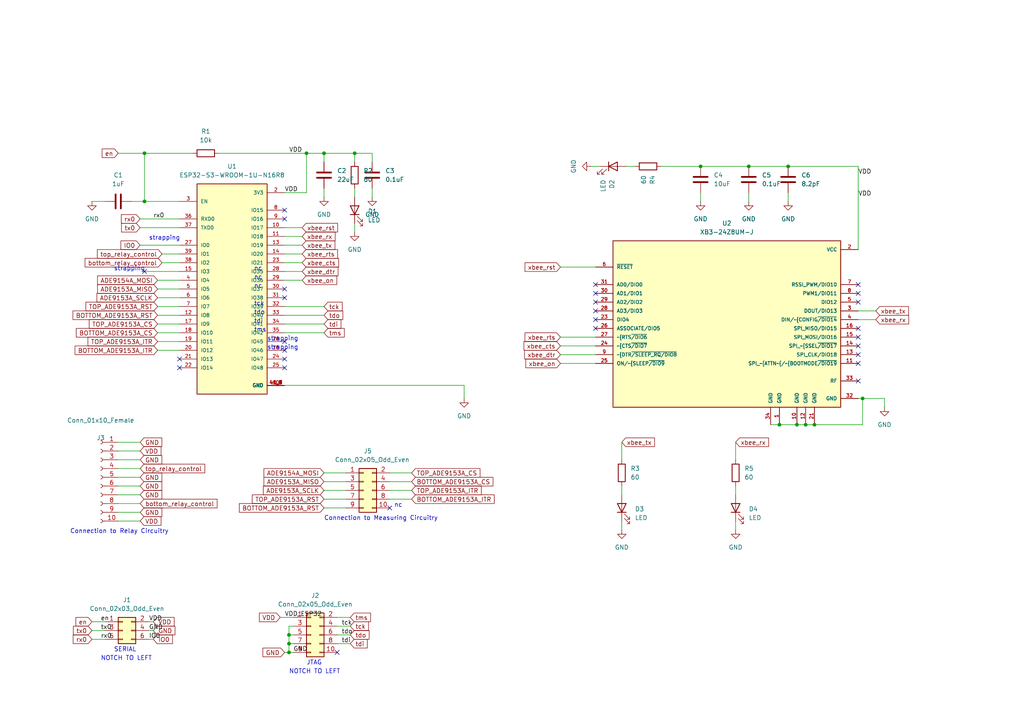
<source format=kicad_sch>
(kicad_sch (version 20230121) (generator eeschema)
  (paper "A4")
  (lib_symbols
    (symbol "Connector:Conn_01x10_Female" (pin_names (offset 1.016) hide)
      (property "Reference" "J" (at 0 12.7 0))
      (property "Value" "Conn_01x10_Female" (at 0 -15.24 0))
      (symbol "Conn_01x10_Female_1_1"
        (arc (start 0 -12.192) (mid -0.5058 -12.7) (end 0 -13.208) (stroke (width 0.1524)))
        (arc (start 0 -9.652) (mid -0.5058 -10.16) (end 0 -10.668) (stroke (width 0.1524)))
        (arc (start 0 -7.112) (mid -0.5058 -7.62) (end 0 -8.128) (stroke (width 0.1524)))
        (arc (start 0 -4.572) (mid -0.5058 -5.08) (end 0 -5.588) (stroke (width 0.1524)))
        (arc (start 0 -2.032) (mid -0.5058 -2.54) (end 0 -3.048) (stroke (width 0.1524)))
        (polyline (pts (xy -1.27 -12.7) (xy -0.508 -12.7)) (stroke (width 0.1524)))
        (polyline (pts (xy -1.27 -10.16) (xy -0.508 -10.16)) (stroke (width 0.1524)))
        (polyline (pts (xy -1.27 -7.62) (xy -0.508 -7.62)) (stroke (width 0.1524)))
        (polyline (pts (xy -1.27 -5.08) (xy -0.508 -5.08)) (stroke (width 0.1524)))
        (polyline (pts (xy -1.27 -2.54) (xy -0.508 -2.54)) (stroke (width 0.1524)))
        (polyline (pts (xy -1.27 0) (xy -0.508 0)) (stroke (width 0.1524)))
        (polyline (pts (xy -1.27 2.54) (xy -0.508 2.54)) (stroke (width 0.1524)))
        (polyline (pts (xy -1.27 5.08) (xy -0.508 5.08)) (stroke (width 0.1524)))
        (polyline (pts (xy -1.27 7.62) (xy -0.508 7.62)) (stroke (width 0.1524)))
        (polyline (pts (xy -1.27 10.16) (xy -0.508 10.16)) (stroke (width 0.1524)))
        (arc (start 0 0.508) (mid -0.5058 0) (end 0 -0.508) (stroke (width 0.1524)))
        (arc (start 0 3.048) (mid -0.5058 2.54) (end 0 2.032) (stroke (width 0.1524)))
        (arc (start 0 5.588) (mid -0.5058 5.08) (end 0 4.572) (stroke (width 0.1524)))
        (arc (start 0 8.128) (mid -0.5058 7.62) (end 0 7.112) (stroke (width 0.1524)))
        (arc (start 0 10.668) (mid -0.5058 10.16) (end 0 9.652) (stroke (width 0.1524)))
        (pin passive line (at -5.08 10.16 0) (length 3.81) (name "Pin_1") (number "1"))
        (pin passive line (at -5.08 -12.7 0) (length 3.81) (name "Pin_10") (number "10"))
        (pin passive line (at -5.08 7.62 0) (length 3.81) (name "Pin_2") (number "2"))
        (pin passive line (at -5.08 5.08 0) (length 3.81) (name "Pin_3") (number "3"))
        (pin passive line (at -5.08 2.54 0) (length 3.81) (name "Pin_4") (number "4"))
        (pin passive line (at -5.08 0 0) (length 3.81) (name "Pin_5") (number "5"))
        (pin passive line (at -5.08 -2.54 0) (length 3.81) (name "Pin_6") (number "6"))
        (pin passive line (at -5.08 -5.08 0) (length 3.81) (name "Pin_7") (number "7"))
        (pin passive line (at -5.08 -7.62 0) (length 3.81) (name "Pin_8") (number "8"))
        (pin passive line (at -5.08 -10.16 0) (length 3.81) (name "Pin_9") (number "9"))
      )
    )
    (symbol "Connector_Generic:Conn_02x03_Odd_Even" (pin_names (offset 1.016) hide)
      (property "Reference" "J" (at 1.27 5.08 0))
      (property "Value" "Conn_02x03_Odd_Even" (at 1.27 -5.08 0))
      (symbol "Conn_02x03_Odd_Even_1_1"
        (rectangle (start -1.27 -2.413) (end 0 -2.667) (stroke (width 0.1524)))
        (rectangle (start -1.27 0.127) (end 0 -0.127) (stroke (width 0.1524)))
        (rectangle (start -1.27 2.667) (end 0 2.413) (stroke (width 0.1524)))
        (rectangle (start -1.27 3.81) (end 3.81 -3.81) (stroke (width 0.254)) (fill (type background)))
        (rectangle (start 3.81 -2.413) (end 2.54 -2.667) (stroke (width 0.1524)))
        (rectangle (start 3.81 0.127) (end 2.54 -0.127) (stroke (width 0.1524)))
        (rectangle (start 3.81 2.667) (end 2.54 2.413) (stroke (width 0.1524)))
        (pin passive line (at -5.08 2.54 0) (length 3.81) (name "Pin_1") (number "1"))
        (pin passive line (at 7.62 2.54 180) (length 3.81) (name "Pin_2") (number "2"))
        (pin passive line (at -5.08 0 0) (length 3.81) (name "Pin_3") (number "3"))
        (pin passive line (at 7.62 0 180) (length 3.81) (name "Pin_4") (number "4"))
        (pin passive line (at -5.08 -2.54 0) (length 3.81) (name "Pin_5") (number "5"))
        (pin passive line (at 7.62 -2.54 180) (length 3.81) (name "Pin_6") (number "6"))
      )
    )
    (symbol "Connector_Generic:Conn_02x05_Odd_Even" (pin_names (offset 1.016) hide)
      (property "Reference" "J" (at 1.27 7.62 0))
      (property "Value" "Conn_02x05_Odd_Even" (at 1.27 -7.62 0))
      (symbol "Conn_02x05_Odd_Even_1_1"
        (rectangle (start -1.27 -4.953) (end 0 -5.207) (stroke (width 0.1524)))
        (rectangle (start -1.27 -2.413) (end 0 -2.667) (stroke (width 0.1524)))
        (rectangle (start -1.27 0.127) (end 0 -0.127) (stroke (width 0.1524)))
        (rectangle (start -1.27 2.667) (end 0 2.413) (stroke (width 0.1524)))
        (rectangle (start -1.27 5.207) (end 0 4.953) (stroke (width 0.1524)))
        (rectangle (start -1.27 6.35) (end 3.81 -6.35) (stroke (width 0.254)) (fill (type background)))
        (rectangle (start 3.81 -4.953) (end 2.54 -5.207) (stroke (width 0.1524)))
        (rectangle (start 3.81 -2.413) (end 2.54 -2.667) (stroke (width 0.1524)))
        (rectangle (start 3.81 0.127) (end 2.54 -0.127) (stroke (width 0.1524)))
        (rectangle (start 3.81 2.667) (end 2.54 2.413) (stroke (width 0.1524)))
        (rectangle (start 3.81 5.207) (end 2.54 4.953) (stroke (width 0.1524)))
        (pin passive line (at -5.08 5.08 0) (length 3.81) (name "Pin_1") (number "1"))
        (pin passive line (at 7.62 -5.08 180) (length 3.81) (name "Pin_10") (number "10"))
        (pin passive line (at 7.62 5.08 180) (length 3.81) (name "Pin_2") (number "2"))
        (pin passive line (at -5.08 2.54 0) (length 3.81) (name "Pin_3") (number "3"))
        (pin passive line (at 7.62 2.54 180) (length 3.81) (name "Pin_4") (number "4"))
        (pin passive line (at -5.08 0 0) (length 3.81) (name "Pin_5") (number "5"))
        (pin passive line (at 7.62 0 180) (length 3.81) (name "Pin_6") (number "6"))
        (pin passive line (at -5.08 -2.54 0) (length 3.81) (name "Pin_7") (number "7"))
        (pin passive line (at 7.62 -2.54 180) (length 3.81) (name "Pin_8") (number "8"))
        (pin passive line (at -5.08 -5.08 0) (length 3.81) (name "Pin_9") (number "9"))
      )
    )
    (symbol "Device:C" (pin_numbers hide) (pin_names (offset 0.254))
      (property "Reference" "C" (at 0.635 2.54 0))
      (property "Value" "C" (at 0.635 -2.54 0))
      (symbol "C_0_1"
        (polyline (pts (xy -2.032 -0.762) (xy 2.032 -0.762)) (stroke (width 0.508)))
        (polyline (pts (xy -2.032 0.762) (xy 2.032 0.762)) (stroke (width 0.508)))
      )
      (symbol "C_1_1"
        (pin passive line (at 0 3.81 270) (length 2.794) (name "~") (number "1"))
        (pin passive line (at 0 -3.81 90) (length 2.794) (name "~") (number "2"))
      )
    )
    (symbol "Device:LED" (pin_numbers hide) (pin_names (offset 1.016) hide)
      (property "Reference" "D" (at 0 2.54 0))
      (property "Value" "LED" (at 0 -2.54 0))
      (symbol "LED_0_1"
        (polyline (pts (xy -1.27 -1.27) (xy -1.27 1.27)) (stroke (width 0.254)))
        (polyline (pts (xy -1.27 0) (xy 1.27 0)))
        (polyline (pts (xy 1.27 -1.27) (xy 1.27 1.27) (xy -1.27 0) (xy 1.27 -1.27)) (stroke (width 0.254)))
        (polyline (pts (xy -3.048 -0.762) (xy -4.572 -2.286) (xy -3.81 -2.286) (xy -4.572 -2.286) (xy -4.572 -1.524)))
        (polyline (pts (xy -1.778 -0.762) (xy -3.302 -2.286) (xy -2.54 -2.286) (xy -3.302 -2.286) (xy -3.302 -1.524)))
      )
      (symbol "LED_1_1"
        (pin passive line (at -3.81 0 0) (length 2.54) (name "K") (number "1"))
        (pin passive line (at 3.81 0 180) (length 2.54) (name "A") (number "2"))
      )
    )
    (symbol "Device:R" (pin_numbers hide) (pin_names (offset 0))
      (property "Reference" "R" (at 2.032 0 90))
      (property "Value" "R" (at 0 0 90))
      (symbol "R_0_1"
        (rectangle (start -1.016 -2.54) (end 1.016 2.54) (stroke (width 0.254)))
      )
      (symbol "R_1_1"
        (pin passive line (at 0 3.81 270) (length 1.27) (name "~") (number "1"))
        (pin passive line (at 0 -3.81 90) (length 1.27) (name "~") (number "2"))
      )
    )
    (symbol "ESP32-S3-WROOM-1U-N16R8:ESP32-S3-WROOM-1U-N16R8" (pin_names (offset 1.016))
      (property "Reference" "U" (at -10.16 31.242 0))
      (property "Value" "ESP32-S3-WROOM-1U-N16R8" (at -10.16 -33.02 0))
      (symbol "ESP32-S3-WROOM-1U-N16R8_0_0"
        (rectangle (start -10.16 -30.48) (end 10.16 30.48) (stroke (width 0.254)) (fill (type background)))
        (pin power_in line (at 15.24 -27.94 180) (length 5.08) (name "GND") (number "1"))
        (pin bidirectional line (at 15.24 17.78 180) (length 5.08) (name "IO17") (number "10"))
        (pin bidirectional line (at 15.24 15.24 180) (length 5.08) (name "IO18") (number "11"))
        (pin bidirectional line (at -15.24 -7.62 0) (length 5.08) (name "IO8") (number "12"))
        (pin bidirectional line (at 15.24 12.7 180) (length 5.08) (name "IO19") (number "13"))
        (pin bidirectional line (at 15.24 10.16 180) (length 5.08) (name "IO20") (number "14"))
        (pin bidirectional line (at -15.24 5.08 0) (length 5.08) (name "IO3") (number "15"))
        (pin bidirectional line (at 15.24 -17.78 180) (length 5.08) (name "IO46") (number "16"))
        (pin bidirectional line (at -15.24 -10.16 0) (length 5.08) (name "IO9") (number "17"))
        (pin bidirectional line (at -15.24 -12.7 0) (length 5.08) (name "IO10") (number "18"))
        (pin bidirectional line (at -15.24 -15.24 0) (length 5.08) (name "IO11") (number "19"))
        (pin power_in line (at 15.24 27.94 180) (length 5.08) (name "3V3") (number "2"))
        (pin bidirectional line (at -15.24 -17.78 0) (length 5.08) (name "IO12") (number "20"))
        (pin bidirectional line (at -15.24 -20.32 0) (length 5.08) (name "IO13") (number "21"))
        (pin bidirectional line (at -15.24 -22.86 0) (length 5.08) (name "IO14") (number "22"))
        (pin bidirectional line (at 15.24 7.62 180) (length 5.08) (name "IO21") (number "23"))
        (pin bidirectional line (at 15.24 -20.32 180) (length 5.08) (name "IO47") (number "24"))
        (pin bidirectional line (at 15.24 -22.86 180) (length 5.08) (name "IO48") (number "25"))
        (pin bidirectional line (at 15.24 -15.24 180) (length 5.08) (name "IO45") (number "26"))
        (pin bidirectional line (at -15.24 12.7 0) (length 5.08) (name "IO0") (number "27"))
        (pin bidirectional line (at 15.24 5.08 180) (length 5.08) (name "IO35") (number "28"))
        (pin bidirectional line (at 15.24 2.54 180) (length 5.08) (name "IO36") (number "29"))
        (pin input line (at -15.24 25.4 0) (length 5.08) (name "EN") (number "3"))
        (pin bidirectional line (at 15.24 0 180) (length 5.08) (name "IO37") (number "30"))
        (pin bidirectional line (at 15.24 -2.54 180) (length 5.08) (name "IO38") (number "31"))
        (pin bidirectional line (at 15.24 -5.08 180) (length 5.08) (name "IO39") (number "32"))
        (pin bidirectional line (at 15.24 -7.62 180) (length 5.08) (name "IO40") (number "33"))
        (pin bidirectional line (at 15.24 -10.16 180) (length 5.08) (name "IO41") (number "34"))
        (pin bidirectional line (at 15.24 -12.7 180) (length 5.08) (name "IO42") (number "35"))
        (pin bidirectional line (at -15.24 20.32 0) (length 5.08) (name "RXD0") (number "36"))
        (pin bidirectional line (at -15.24 17.78 0) (length 5.08) (name "TXD0") (number "37"))
        (pin bidirectional line (at -15.24 7.62 0) (length 5.08) (name "IO2") (number "38"))
        (pin bidirectional line (at -15.24 10.16 0) (length 5.08) (name "IO1") (number "39"))
        (pin bidirectional line (at -15.24 2.54 0) (length 5.08) (name "IO4") (number "4"))
        (pin power_in line (at 15.24 -27.94 180) (length 5.08) (name "GND") (number "40"))
        (pin power_in line (at 15.24 -27.94 180) (length 5.08) (name "GND") (number "41_1"))
        (pin power_in line (at 15.24 -27.94 180) (length 5.08) (name "GND") (number "41_2"))
        (pin power_in line (at 15.24 -27.94 180) (length 5.08) (name "GND") (number "41_3"))
        (pin power_in line (at 15.24 -27.94 180) (length 5.08) (name "GND") (number "41_4"))
        (pin power_in line (at 15.24 -27.94 180) (length 5.08) (name "GND") (number "41_5"))
        (pin power_in line (at 15.24 -27.94 180) (length 5.08) (name "GND") (number "41_6"))
        (pin power_in line (at 15.24 -27.94 180) (length 5.08) (name "GND") (number "41_7"))
        (pin power_in line (at 15.24 -27.94 180) (length 5.08) (name "GND") (number "41_8"))
        (pin power_in line (at 15.24 -27.94 180) (length 5.08) (name "GND") (number "41_9"))
        (pin bidirectional line (at -15.24 0 0) (length 5.08) (name "IO5") (number "5"))
        (pin bidirectional line (at -15.24 -2.54 0) (length 5.08) (name "IO6") (number "6"))
        (pin bidirectional line (at -15.24 -5.08 0) (length 5.08) (name "IO7") (number "7"))
        (pin bidirectional line (at 15.24 22.86 180) (length 5.08) (name "IO15") (number "8"))
        (pin bidirectional line (at 15.24 20.32 180) (length 5.08) (name "IO16") (number "9"))
      )
    )
    (symbol "XB3-24Z8UM-J:XB3-24Z8UM-J" (pin_names (offset 1.016))
      (property "Reference" "U2" (at 0 30.48 0))
      (property "Value" "XB3-24Z8UM-J" (at 0 27.94 0))
      (symbol "XB3-24Z8UM-J_0_0"
        (rectangle (start -33.02 -22.86) (end 33.02 25.4) (stroke (width 0.254)) (fill (type background)))
        (pin power_in line (at 15.24 -27.94 90) (length 5.08) (name "GND") (number "1"))
        (pin power_in line (at 20.32 -27.94 90) (length 5.08) (name "GND") (number "10"))
        (pin bidirectional line (at 38.1 -10.16 180) (length 5.08) (name "SPI_~{ATTN~{/~{BOOTMODE~{/DIO19}") (number "11"))
        (pin power_in line (at 22.86 -27.94 90) (length 5.08) (name "GND") (number "12"))
        (pin bidirectional line (at 38.1 -7.62 180) (length 5.08) (name "SPI_CLK/DIO18") (number "13"))
        (pin bidirectional line (at 38.1 -5.08 180) (length 5.08) (name "SPI_~{SSEL~{/DIO17}") (number "14"))
        (pin bidirectional line (at 38.1 -2.54 180) (length 5.08) (name "SPI_MOSI/DIO16") (number "15"))
        (pin bidirectional line (at 38.1 0 180) (length 5.08) (name "SPI_MISO/DIO15") (number "16"))
        (pin power_in line (at 38.1 22.86 180) (length 5.08) (name "VCC") (number "2"))
        (pin power_in line (at 25.4 -27.94 90) (length 5.08) (name "GND") (number "21"))
        (pin bidirectional line (at -38.1 2.54 0) (length 5.08) (name "DIO4") (number "23"))
        (pin bidirectional line (at -38.1 -5.08 0) (length 5.08) (name "~{CTS~{/DIO7}") (number "24"))
        (pin bidirectional line (at -38.1 -10.16 0) (length 5.08) (name "ON/~{SLEEP~{/DIO9}") (number "25"))
        (pin bidirectional line (at -38.1 0 0) (length 5.08) (name "ASSOCIATE/DIO5") (number "26"))
        (pin bidirectional line (at -38.1 -2.54 0) (length 5.08) (name "~{RTS~{/DIO6}") (number "27"))
        (pin bidirectional line (at -38.1 5.08 0) (length 5.08) (name "AD3/DIO3") (number "28"))
        (pin bidirectional line (at -38.1 7.62 0) (length 5.08) (name "AD2/DIO2") (number "29"))
        (pin bidirectional line (at 38.1 5.08 180) (length 5.08) (name "DOUT/DIO13") (number "3"))
        (pin bidirectional line (at -38.1 10.16 0) (length 5.08) (name "AD1/DIO1") (number "30"))
        (pin bidirectional line (at -38.1 12.7 0) (length 5.08) (name "AD0/DIO0") (number "31"))
        (pin power_in line (at 38.1 -20.32 180) (length 5.08) (name "GND") (number "32"))
        (pin bidirectional line (at 38.1 -15.24 180) (length 5.08) (name "RF") (number "33"))
        (pin power_in line (at 12.7 -27.94 90) (length 5.08) (name "GND") (number "34"))
        (pin bidirectional line (at 38.1 2.54 180) (length 5.08) (name "DIN/~{CONFIG~{/DIO14}") (number "4"))
        (pin bidirectional line (at 38.1 7.62 180) (length 5.08) (name "DIO12") (number "5"))
        (pin input line (at -38.1 17.78 0) (length 5.08) (name "~{RESET}") (number "6"))
        (pin bidirectional line (at 38.1 12.7 180) (length 5.08) (name "RSSI_PWM/DIO10") (number "7"))
        (pin bidirectional line (at 38.1 10.16 180) (length 5.08) (name "PWM1/DIO11") (number "8"))
        (pin bidirectional line (at -38.1 -7.62 0) (length 5.08) (name "~{DTR~{/SLEEP_RQ/DIO8}") (number "9"))
      )
    )
    (symbol "power:GND" (power) (pin_names (offset 0))
      (property "Value" "GND" (at 0 -3.81 0))
      (symbol "GND_0_1"
        (polyline (pts (xy 0 0) (xy 0 -1.27) (xy 1.27 -1.27) (xy 0 -2.54) (xy -1.27 -1.27) (xy 0 -1.27)))
      )
      (symbol "GND_1_1"
        (pin power_in line (at 0 0 270) (length 0) hide (name "GND") (number "1"))
      )
    )
  )
  (junction (at 203.2 48.26))
  (junction (at 226.06 123.19))
  (junction (at 231.14 123.19))
  (junction (at 217.17 48.26))
  (junction (at 250.19 115.57))
  (junction (at 228.6 48.26))
  (junction (at 41.91 58.42))
  (junction (at 93.98 44.45))
  (junction (at 236.22 123.19))
  (junction (at 83.82 184.15))
  (junction (at 102.87 44.45))
  (junction (at 233.68 123.19))
  (junction (at 41.91 44.45))
  (junction (at 83.82 189.23))
  (junction (at 88.9 44.45))
  (junction (at 83.82 186.69))
  (no_connect (at 82.55 60.96))
  (no_connect (at 82.55 86.36))
  (no_connect (at 41.91 78.74))
  (no_connect (at 248.92 100.33))
  (no_connect (at 248.92 102.87))
  (no_connect (at 172.72 87.63))
  (no_connect (at 248.92 85.09))
  (no_connect (at 172.72 95.25))
  (no_connect (at 248.92 110.49))
  (no_connect (at 113.03 147.32))
  (no_connect (at 82.55 101.6))
  (no_connect (at 172.72 85.09))
  (no_connect (at 172.72 92.71))
  (no_connect (at 248.92 105.41))
  (no_connect (at 248.92 97.79))
  (no_connect (at 248.92 87.63))
  (no_connect (at 82.55 99.06))
  (no_connect (at 97.79 189.23))
  (no_connect (at 172.72 90.17))
  (no_connect (at 248.92 82.55))
  (no_connect (at 248.92 95.25))
  (no_connect (at 82.55 104.14))
  (no_connect (at 82.55 63.5))
  (no_connect (at 82.55 83.82))
  (no_connect (at 52.07 106.68))
  (no_connect (at 52.07 104.14))
  (no_connect (at 82.55 106.68))
  (no_connect (at 172.72 82.55))
  (wire (pts (xy 83.82 189.23) (xy 85.09 189.23)))
  (wire (pts (xy 26.67 180.34) (xy 30.48 180.34)))
  (wire (pts (xy 102.87 44.45) (xy 107.95 44.45)))
  (wire (pts (xy 113.03 144.78) (xy 119.38 144.78)))
  (wire (pts (xy 82.55 189.23) (xy 83.82 189.23)))
  (wire (pts (xy 93.98 147.32) (xy 100.33 147.32)))
  (wire (pts (xy 34.29 44.45) (xy 41.91 44.45)))
  (wire (pts (xy 231.14 123.19) (xy 233.68 123.19)))
  (wire (pts (xy 226.06 123.19) (xy 231.14 123.19)))
  (wire (pts (xy 41.91 44.45) (xy 55.88 44.45)))
  (wire (pts (xy 184.15 48.26) (xy 181.61 48.26)))
  (wire (pts (xy 34.29 151.13) (xy 40.64 151.13)))
  (wire (pts (xy 102.87 54.61) (xy 102.87 57.15)))
  (wire (pts (xy 88.9 44.45) (xy 93.98 44.45)))
  (wire (pts (xy 45.72 101.6) (xy 52.07 101.6)))
  (wire (pts (xy 63.5 44.45) (xy 88.9 44.45)))
  (wire (pts (xy 248.92 48.26) (xy 228.6 48.26)))
  (wire (pts (xy 34.29 135.89) (xy 40.64 135.89)))
  (wire (pts (xy 88.9 44.45) (xy 88.9 55.88)))
  (wire (pts (xy 213.36 140.97) (xy 213.36 143.51)))
  (wire (pts (xy 93.98 144.78) (xy 100.33 144.78)))
  (wire (pts (xy 45.72 88.9) (xy 52.07 88.9)))
  (wire (pts (xy 256.54 115.57) (xy 256.54 118.11)))
  (wire (pts (xy 107.95 54.61) (xy 107.95 57.15)))
  (wire (pts (xy 83.82 181.61) (xy 83.82 184.15)))
  (wire (pts (xy 217.17 55.88) (xy 217.17 58.42)))
  (wire (pts (xy 93.98 139.7) (xy 100.33 139.7)))
  (wire (pts (xy 82.55 73.66) (xy 87.63 73.66)))
  (wire (pts (xy 26.67 182.88) (xy 30.48 182.88)))
  (wire (pts (xy 162.56 97.79) (xy 172.72 97.79)))
  (wire (pts (xy 46.99 73.66) (xy 52.07 73.66)))
  (wire (pts (xy 93.98 142.24) (xy 100.33 142.24)))
  (wire (pts (xy 34.29 133.35) (xy 40.64 133.35)))
  (wire (pts (xy 82.55 93.98) (xy 93.98 93.98)))
  (wire (pts (xy 180.34 140.97) (xy 180.34 143.51)))
  (wire (pts (xy 34.29 130.81) (xy 40.64 130.81)))
  (wire (pts (xy 85.09 184.15) (xy 83.82 184.15)))
  (wire (pts (xy 45.72 81.28) (xy 52.07 81.28)))
  (wire (pts (xy 248.92 72.39) (xy 248.92 48.26)))
  (wire (pts (xy 85.09 186.69) (xy 83.82 186.69)))
  (wire (pts (xy 41.91 58.42) (xy 52.07 58.42)))
  (wire (pts (xy 34.29 128.27) (xy 40.64 128.27)))
  (wire (pts (xy 45.72 86.36) (xy 52.07 86.36)))
  (wire (pts (xy 38.1 58.42) (xy 41.91 58.42)))
  (wire (pts (xy 82.55 76.2) (xy 87.63 76.2)))
  (wire (pts (xy 82.55 91.44) (xy 93.98 91.44)))
  (wire (pts (xy 97.79 179.07) (xy 101.6 179.07)))
  (wire (pts (xy 85.09 181.61) (xy 83.82 181.61)))
  (wire (pts (xy 45.72 96.52) (xy 52.07 96.52)))
  (wire (pts (xy 107.95 44.45) (xy 107.95 46.99)))
  (wire (pts (xy 93.98 54.61) (xy 93.98 57.15)))
  (wire (pts (xy 88.9 55.88) (xy 82.55 55.88)))
  (wire (pts (xy 248.92 90.17) (xy 254 90.17)))
  (wire (pts (xy 81.28 179.07) (xy 85.09 179.07)))
  (wire (pts (xy 82.55 66.04) (xy 87.63 66.04)))
  (wire (pts (xy 236.22 123.19) (xy 250.19 123.19)))
  (wire (pts (xy 228.6 55.88) (xy 228.6 58.42)))
  (wire (pts (xy 40.64 63.5) (xy 52.07 63.5)))
  (wire (pts (xy 233.68 123.19) (xy 236.22 123.19)))
  (wire (pts (xy 248.92 115.57) (xy 250.19 115.57)))
  (wire (pts (xy 34.29 143.51) (xy 40.64 143.51)))
  (wire (pts (xy 250.19 115.57) (xy 256.54 115.57)))
  (wire (pts (xy 26.67 185.42) (xy 30.48 185.42)))
  (wire (pts (xy 248.92 92.71) (xy 254 92.71)))
  (wire (pts (xy 34.29 138.43) (xy 40.64 138.43)))
  (wire (pts (xy 40.64 71.12) (xy 52.07 71.12)))
  (wire (pts (xy 45.72 83.82) (xy 52.07 83.82)))
  (wire (pts (xy 173.99 48.26) (xy 171.45 48.26)))
  (wire (pts (xy 45.72 99.06) (xy 52.07 99.06)))
  (wire (pts (xy 191.77 48.26) (xy 203.2 48.26)))
  (wire (pts (xy 113.03 142.24) (xy 119.38 142.24)))
  (wire (pts (xy 102.87 44.45) (xy 102.87 46.99)))
  (wire (pts (xy 26.67 58.42) (xy 30.48 58.42)))
  (wire (pts (xy 46.99 76.2) (xy 52.07 76.2)))
  (wire (pts (xy 34.29 148.59) (xy 40.64 148.59)))
  (wire (pts (xy 113.03 139.7) (xy 119.38 139.7)))
  (wire (pts (xy 113.03 137.16) (xy 119.38 137.16)))
  (wire (pts (xy 43.18 180.34) (xy 44.45 180.34)))
  (wire (pts (xy 203.2 48.26) (xy 217.17 48.26)))
  (wire (pts (xy 82.55 81.28) (xy 87.63 81.28)))
  (wire (pts (xy 34.29 140.97) (xy 40.64 140.97)))
  (wire (pts (xy 41.91 44.45) (xy 41.91 58.42)))
  (wire (pts (xy 93.98 137.16) (xy 100.33 137.16)))
  (wire (pts (xy 162.56 102.87) (xy 172.72 102.87)))
  (wire (pts (xy 162.56 77.47) (xy 172.72 77.47)))
  (wire (pts (xy 102.87 64.77) (xy 102.87 67.31)))
  (wire (pts (xy 223.52 123.19) (xy 226.06 123.19)))
  (wire (pts (xy 162.56 100.33) (xy 172.72 100.33)))
  (wire (pts (xy 97.79 186.69) (xy 101.6 186.69)))
  (wire (pts (xy 83.82 186.69) (xy 83.82 189.23)))
  (wire (pts (xy 180.34 151.13) (xy 180.34 153.67)))
  (wire (pts (xy 213.36 151.13) (xy 213.36 153.67)))
  (wire (pts (xy 82.55 78.74) (xy 87.63 78.74)))
  (wire (pts (xy 43.18 185.42) (xy 44.45 185.42)))
  (wire (pts (xy 40.64 66.04) (xy 52.07 66.04)))
  (wire (pts (xy 45.72 93.98) (xy 52.07 93.98)))
  (wire (pts (xy 180.34 128.27) (xy 180.34 133.35)))
  (wire (pts (xy 83.82 184.15) (xy 83.82 186.69)))
  (wire (pts (xy 97.79 184.15) (xy 101.6 184.15)))
  (wire (pts (xy 82.55 71.12) (xy 87.63 71.12)))
  (wire (pts (xy 217.17 48.26) (xy 228.6 48.26)))
  (wire (pts (xy 162.56 105.41) (xy 172.72 105.41)))
  (wire (pts (xy 82.55 68.58) (xy 87.63 68.58)))
  (wire (pts (xy 134.62 111.76) (xy 134.62 115.57)))
  (wire (pts (xy 82.55 111.76) (xy 134.62 111.76)))
  (wire (pts (xy 203.2 55.88) (xy 203.2 58.42)))
  (wire (pts (xy 45.72 91.44) (xy 52.07 91.44)))
  (wire (pts (xy 43.18 182.88) (xy 44.45 182.88)))
  (wire (pts (xy 41.91 78.74) (xy 52.07 78.74)))
  (wire (pts (xy 213.36 128.27) (xy 213.36 133.35)))
  (wire (pts (xy 93.98 44.45) (xy 102.87 44.45)))
  (wire (pts (xy 82.55 96.52) (xy 93.98 96.52)))
  (wire (pts (xy 97.79 181.61) (xy 101.6 181.61)))
  (wire (pts (xy 82.55 88.9) (xy 93.98 88.9)))
  (wire (pts (xy 34.29 146.05) (xy 40.64 146.05)))
  (wire (pts (xy 93.98 44.45) (xy 93.98 46.99)))
  (wire (pts (xy 250.19 123.19) (xy 250.19 115.57)))
  (text "tms\n" (at 73.66 96.52 0) (effects (font (size 1.27 1.27)) (justify left bottom)))
  (text "strapping\n" (at 33.02 78.74 0) (effects (font (size 1.27 1.27)) (justify left bottom)))
  (text "strapping\n" (at 77.47 101.6 0) (effects (font (size 1.27 1.27)) (justify left bottom)))
  (text "nc" (at 73.66 78.74 0) (effects (font (size 1.27 1.27)) (justify left bottom)))
  (text "strapping\n" (at 77.47 99.06 0) (effects (font (size 1.27 1.27)) (justify left bottom)))
  (text "Connection to Relay Circuitry" (at 20.32 154.94 0) (effects (font (size 1.27 1.27)) (justify left bottom)))
  (text "tdi" (at 73.66 93.98 0) (effects (font (size 1.27 1.27)) (justify left bottom)))
  (text "JTAG" (at 88.9 193.04 0) (effects (font (size 1.27 1.27)) (justify left bottom)))
  (text "NOTCH TO LEFT" (at 83.82 195.58 0) (effects (font (size 1.27 1.27)) (justify left bottom)))
  (text "tck\n" (at 73.66 88.9 0) (effects (font (size 1.27 1.27)) (justify left bottom)))
  (text "nc" (at 73.66 83.82 0) (effects (font (size 1.27 1.27)) (justify left bottom)))
  (text "nc" (at 114.3 147.32 0) (effects (font (size 1.27 1.27)) (justify left bottom)))
  (text "tdo\n" (at 73.66 91.44 0) (effects (font (size 1.27 1.27)) (justify left bottom)))
  (text "Connection to Measuring Circuitry" (at 93.98 151.13 0) (effects (font (size 1.27 1.27)) (justify left bottom)))
  (text "SERIAL" (at 33.02 189.23 0) (effects (font (size 1.27 1.27)) (justify left bottom)))
  (text "strapping\n" (at 43.18 69.85 0) (effects (font (size 1.27 1.27)) (justify left bottom)))
  (text "nc" (at 73.66 81.28 0) (effects (font (size 1.27 1.27)) (justify left bottom)))
  (text "NOTCH TO LEFT" (at 29.21 191.77 0) (effects (font (size 1.27 1.27)) (justify left bottom)))
  (label "GND" (at 43.18 182.88 0))
  (label "tck" (at 99.06 181.61 0))
  (label "rx0" (at 29.21 185.42 0))
  (label "tdo" (at 99.06 184.15 0))
  (label "GND" (at 85.09 189.23 0))
  (label "tx0" (at 29.21 182.88 0))
  (label "VDD" (at 248.92 50.8 0))
  (label "VDD_ESP32" (at 82.55 179.07 0))
  (label "rx0" (at 44.45 63.5 0))
  (label "VDD" (at 83.82 44.45 0))
  (label "VDD" (at 248.92 57.15 0))
  (label "VDD" (at 43.18 180.34 0))
  (label "VDD" (at 82.55 55.88 0))
  (label "tdi" (at 99.06 186.69 0))
  (label "IO0" (at 43.18 185.42 0))
  (label "en" (at 29.21 180.34 0))
  (global_label "BOTTOM_ADE9153A_ITR" (shape input) (at 45.72 101.6 180) (property "Intersheetrefs" "${INTERSHEET_REFS}" (effects hide)))
  (global_label "xbee_rts" (shape input) (at 162.56 97.79 180) (property "Intersheetrefs" "${INTERSHEET_REFS}" (effects hide)))
  (global_label "GND" (shape input) (at 40.64 128.27 0) (property "Intersheetrefs" "${INTERSHEET_REFS}" (effects hide)))
  (global_label "xbee_cts" (shape input) (at 87.63 76.2 0) (property "Intersheetrefs" "${INTERSHEET_REFS}" (effects hide)))
  (global_label "BOTTOM_ADE9153A_CS" (shape input) (at 45.72 96.52 180) (property "Intersheetrefs" "${INTERSHEET_REFS}" (effects hide)))
  (global_label "bottom_relay_control" (shape input) (at 40.64 146.05 0) (property "Intersheetrefs" "${INTERSHEET_REFS}" (effects hide)))
  (global_label "VDD" (shape input) (at 40.64 130.81 0) (property "Intersheetrefs" "${INTERSHEET_REFS}" (effects hide)))
  (global_label "ADE9154A_MOSI" (shape input) (at 45.72 81.28 180) (property "Intersheetrefs" "${INTERSHEET_REFS}" (effects hide)))
  (global_label "GND" (shape input) (at 44.45 182.88 0) (property "Intersheetrefs" "${INTERSHEET_REFS}" (effects hide)))
  (global_label "rx0" (shape input) (at 40.64 63.5 180) (property "Intersheetrefs" "${INTERSHEET_REFS}" (effects hide)))
  (global_label "ADE9153A_SCLK" (shape input) (at 93.98 142.24 180) (property "Intersheetrefs" "${INTERSHEET_REFS}" (effects hide)))
  (global_label "xbee_rst" (shape input) (at 87.63 66.04 0) (property "Intersheetrefs" "${INTERSHEET_REFS}" (effects hide)))
  (global_label "GND" (shape input) (at 82.55 189.23 180) (property "Intersheetrefs" "${INTERSHEET_REFS}" (effects hide)))
  (global_label "en" (shape input) (at 26.67 180.34 180) (property "Intersheetrefs" "${INTERSHEET_REFS}" (effects hide)))
  (global_label "tx0" (shape input) (at 26.67 182.88 180) (property "Intersheetrefs" "${INTERSHEET_REFS}" (effects hide)))
  (global_label "tms" (shape input) (at 93.98 96.52 0) (property "Intersheetrefs" "${INTERSHEET_REFS}" (effects hide)))
  (global_label "xbee_rst" (shape input) (at 162.56 77.47 180) (property "Intersheetrefs" "${INTERSHEET_REFS}" (effects hide)))
  (global_label "tck" (shape input) (at 101.6 181.61 0) (property "Intersheetrefs" "${INTERSHEET_REFS}" (effects hide)))
  (global_label "tdi" (shape input) (at 101.6 186.69 0) (property "Intersheetrefs" "${INTERSHEET_REFS}" (effects hide)))
  (global_label "IO0" (shape input) (at 40.64 71.12 180) (property "Intersheetrefs" "${INTERSHEET_REFS}" (effects hide)))
  (global_label "GND" (shape input) (at 40.64 140.97 0) (property "Intersheetrefs" "${INTERSHEET_REFS}" (effects hide)))
  (global_label "en" (shape input) (at 34.29 44.45 180) (property "Intersheetrefs" "${INTERSHEET_REFS}" (effects hide)))
  (global_label "bottom_relay_control" (shape input) (at 46.99 76.2 180) (property "Intersheetrefs" "${INTERSHEET_REFS}" (effects hide)))
  (global_label "BOTTOM_ADE9153A_ITR" (shape input) (at 119.38 144.78 0) (property "Intersheetrefs" "${INTERSHEET_REFS}" (effects hide)))
  (global_label "ADE9153A_SCLK" (shape input) (at 45.72 86.36 180) (property "Intersheetrefs" "${INTERSHEET_REFS}" (effects hide)))
  (global_label "xbee_rx" (shape input) (at 254 92.71 0) (property "Intersheetrefs" "${INTERSHEET_REFS}" (effects hide)))
  (global_label "xbee_tx" (shape input) (at 180.34 128.27 0) (property "Intersheetrefs" "${INTERSHEET_REFS}" (effects hide)))
  (global_label "top_relay_control" (shape input) (at 46.99 73.66 180) (property "Intersheetrefs" "${INTERSHEET_REFS}" (effects hide)))
  (global_label "GND" (shape input) (at 40.64 148.59 0) (property "Intersheetrefs" "${INTERSHEET_REFS}" (effects hide)))
  (global_label "ADE9153A_MISO" (shape input) (at 45.72 83.82 180) (property "Intersheetrefs" "${INTERSHEET_REFS}" (effects hide)))
  (global_label "IO0" (shape input) (at 44.45 185.42 0) (property "Intersheetrefs" "${INTERSHEET_REFS}" (effects hide)))
  (global_label "xbee_dtr" (shape input) (at 162.56 102.87 180) (property "Intersheetrefs" "${INTERSHEET_REFS}" (effects hide)))
  (global_label "ADE9154A_MOSI" (shape input) (at 93.98 137.16 180) (property "Intersheetrefs" "${INTERSHEET_REFS}" (effects hide)))
  (global_label "TOP_ADE9153A_ITR" (shape input) (at 119.38 142.24 0) (property "Intersheetrefs" "${INTERSHEET_REFS}" (effects hide)))
  (global_label "BOTTOM_ADE9153A_RST" (shape input) (at 93.98 147.32 180) (property "Intersheetrefs" "${INTERSHEET_REFS}" (effects hide)))
  (global_label "ADE9153A_MISO" (shape input) (at 93.98 139.7 180) (property "Intersheetrefs" "${INTERSHEET_REFS}" (effects hide)))
  (global_label "xbee_rts" (shape input) (at 87.63 73.66 0) (property "Intersheetrefs" "${INTERSHEET_REFS}" (effects hide)))
  (global_label "GND" (shape input) (at 40.64 133.35 0) (property "Intersheetrefs" "${INTERSHEET_REFS}" (effects hide)))
  (global_label "xbee_tx" (shape input) (at 254 90.17 0) (property "Intersheetrefs" "${INTERSHEET_REFS}" (effects hide)))
  (global_label "tms" (shape input) (at 101.6 179.07 0) (property "Intersheetrefs" "${INTERSHEET_REFS}" (effects hide)))
  (global_label "xbee_tx" (shape input) (at 87.63 71.12 0) (property "Intersheetrefs" "${INTERSHEET_REFS}" (effects hide)))
  (global_label "TOP_ADE9153A_CS" (shape input) (at 45.72 93.98 180) (property "Intersheetrefs" "${INTERSHEET_REFS}" (effects hide)))
  (global_label "GND" (shape input) (at 40.64 143.51 0) (property "Intersheetrefs" "${INTERSHEET_REFS}" (effects hide)))
  (global_label "xbee_cts" (shape input) (at 162.56 100.33 180) (property "Intersheetrefs" "${INTERSHEET_REFS}" (effects hide)))
  (global_label "VDD" (shape input) (at 40.64 151.13 0) (property "Intersheetrefs" "${INTERSHEET_REFS}" (effects hide)))
  (global_label "tdo" (shape input) (at 93.98 91.44 0) (property "Intersheetrefs" "${INTERSHEET_REFS}" (effects hide)))
  (global_label "TOP_ADE9153A_RST" (shape input) (at 45.72 88.9 180) (property "Intersheetrefs" "${INTERSHEET_REFS}" (effects hide)))
  (global_label "TOP_ADE9153A_RST" (shape input) (at 93.98 144.78 180) (property "Intersheetrefs" "${INTERSHEET_REFS}" (effects hide)))
  (global_label "tck" (shape input) (at 93.98 88.9 0) (property "Intersheetrefs" "${INTERSHEET_REFS}" (effects hide)))
  (global_label "BOTTOM_ADE9153A_CS" (shape input) (at 119.38 139.7 0) (property "Intersheetrefs" "${INTERSHEET_REFS}" (effects hide)))
  (global_label "xbee_on" (shape input) (at 87.63 81.28 0) (property "Intersheetrefs" "${INTERSHEET_REFS}" (effects hide)))
  (global_label "tdo" (shape input) (at 101.6 184.15 0) (property "Intersheetrefs" "${INTERSHEET_REFS}" (effects hide)))
  (global_label "xbee_on" (shape input) (at 162.56 105.41 180) (property "Intersheetrefs" "${INTERSHEET_REFS}" (effects hide)))
  (global_label "xbee_rx" (shape input) (at 213.36 128.27 0) (property "Intersheetrefs" "${INTERSHEET_REFS}" (effects hide)))
  (global_label "TOP_ADE9153A_CS" (shape input) (at 119.38 137.16 0) (property "Intersheetrefs" "${INTERSHEET_REFS}" (effects hide)))
  (global_label "tx0" (shape input) (at 40.64 66.04 180) (property "Intersheetrefs" "${INTERSHEET_REFS}" (effects hide)))
  (global_label "VDD" (shape input) (at 81.28 179.07 180) (property "Intersheetrefs" "${INTERSHEET_REFS}" (effects hide)))
  (global_label "top_relay_control" (shape input) (at 40.64 135.89 0) (property "Intersheetrefs" "${INTERSHEET_REFS}" (effects hide)))
  (global_label "GND" (shape input) (at 40.64 138.43 0) (property "Intersheetrefs" "${INTERSHEET_REFS}" (effects hide)))
  (global_label "TOP_ADE9153A_ITR" (shape input) (at 45.72 99.06 180) (property "Intersheetrefs" "${INTERSHEET_REFS}" (effects hide)))
  (global_label "VDD" (shape input) (at 44.45 180.34 0) (property "Intersheetrefs" "${INTERSHEET_REFS}" (effects hide)))
  (global_label "xbee_dtr" (shape input) (at 87.63 78.74 0) (property "Intersheetrefs" "${INTERSHEET_REFS}" (effects hide)))
  (global_label "rx0" (shape input) (at 26.67 185.42 180) (property "Intersheetrefs" "${INTERSHEET_REFS}" (effects hide)))
  (global_label "BOTTOM_ADE9153A_RST" (shape input) (at 45.72 91.44 180) (property "Intersheetrefs" "${INTERSHEET_REFS}" (effects hide)))
  (global_label "xbee_rx" (shape input) (at 87.63 68.58 0) (property "Intersheetrefs" "${INTERSHEET_REFS}" (effects hide)))
  (global_label "tdi" (shape input) (at 93.98 93.98 0) (property "Intersheetrefs" "${INTERSHEET_REFS}" (effects hide)))
  (symbol (lib_id "Device:C") (at 93.98 50.8 0) (unit 1)
    (property "Reference" "C2" (at 97.79 49.5299 0) (effects (justify left)))
    (property "Value" "22uF" (at 97.79 52.0699 0) (effects (justify left)))
    (property "Footprint" "Capacitor_SMD:C_1206_3216Metric" (effects hide))
  )
  (symbol (lib_id "Connector_Generic:Conn_02x03_Odd_Even") (at 35.56 182.88 0) (unit 1)
    (property "Reference" "J1" (at 36.83 173.99 0))
    (property "Value" "Conn_02x03_Odd_Even" (at 36.83 176.53 0))
    (property "Footprint" "Connector_IDC:IDC-Header_2x03_P2.54mm_Vertical" (effects hide))
  )
  (symbol (lib_id "Device:LED") (at 180.34 147.32 90) (unit 1)
    (property "Reference" "D3" (at 184.15 147.6374 90) (effects (justify right)))
    (property "Value" "LED" (at 184.15 150.1774 90) (effects (justify right)))
    (property "Footprint" "LED_SMD:LED_1206_3216Metric" (effects hide))
  )
  (symbol (lib_id "Device:LED") (at 102.87 60.96 90) (unit 1)
    (property "Reference" "D1" (at 106.68 61.2774 90) (effects (justify right)))
    (property "Value" "LED" (at 106.68 63.8174 90) (effects (justify right)))
    (property "Footprint" "LED_SMD:LED_1206_3216Metric" (effects hide))
  )
  (symbol (lib_id "power:GND") (at 217.17 58.42 0) (unit 1)
    (property "Reference" "#PWR0111" (effects hide))
    (property "Value" "GND" (at 217.17 63.5 0))
  )
  (symbol (lib_id "Device:C") (at 34.29 58.42 270) (unit 1)
    (property "Reference" "C1" (at 34.29 50.8 90))
    (property "Value" "1uF" (at 34.29 53.34 90))
    (property "Footprint" "Capacitor_SMD:C_1206_3216Metric" (effects hide))
  )
  (symbol (lib_id "Device:LED") (at 213.36 147.32 90) (unit 1)
    (property "Reference" "D4" (at 217.17 147.6374 90) (effects (justify right)))
    (property "Value" "LED" (at 217.17 150.1774 90) (effects (justify right)))
    (property "Footprint" "LED_SMD:LED_1206_3216Metric" (effects hide))
  )
  (symbol (lib_id "power:GND") (at 107.95 57.15 0) (unit 1)
    (property "Reference" "#PWR0102" (effects hide))
    (property "Value" "GND" (at 107.95 62.23 0))
  )
  (symbol (lib_id "Device:C") (at 107.95 50.8 0) (unit 1)
    (property "Reference" "C3" (at 111.76 49.5299 0) (effects (justify left)))
    (property "Value" "0.1uF" (at 111.76 52.0699 0) (effects (justify left)))
    (property "Footprint" "Capacitor_SMD:C_1206_3216Metric" (effects hide))
  )
  (symbol (lib_id "XB3-24Z8UM-J:XB3-24Z8UM-J") (at 210.82 95.25 0) (unit 1)
    (property "Reference" "U2" (at 210.82 64.77 0))
    (property "Value" "XB3-24Z8UM-J" (at 210.82 67.31 0))
    (property "Footprint" "XCVR_XB3-24Z8UM-J" (effects hide))
    (property "STANDARD" "Manufacturer Recommendations" (effects hide))
    (property "MANUFACTURER" "DIGI" (effects hide))
  )
  (symbol (lib_id "power:GND") (at 213.36 153.67 0) (unit 1)
    (property "Reference" "#PWR0109" (effects hide))
    (property "Value" "GND" (at 213.36 158.75 0))
  )
  (symbol (lib_id "Device:LED") (at 177.8 48.26 0) (unit 1)
    (property "Reference" "D2" (at 177.4826 52.07 90) (effects (justify right)))
    (property "Value" "LED" (at 174.9426 52.07 90) (effects (justify right)))
    (property "Footprint" "LED_SMD:LED_1206_3216Metric" (effects hide))
  )
  (symbol (lib_id "Device:C") (at 203.2 52.07 0) (unit 1)
    (property "Reference" "C4" (at 207.01 50.7999 0) (effects (justify left)))
    (property "Value" "10uF" (at 207.01 53.3399 0) (effects (justify left)))
    (property "Footprint" "Capacitor_SMD:C_1206_3216Metric" (effects hide))
  )
  (symbol (lib_id "power:GND") (at 180.34 153.67 0) (unit 1)
    (property "Reference" "#PWR0108" (effects hide))
    (property "Value" "GND" (at 180.34 158.75 0))
  )
  (symbol (lib_id "Connector_Generic:Conn_02x05_Odd_Even") (at 90.17 184.15 0) (unit 1)
    (property "Reference" "J2" (at 91.44 172.72 0))
    (property "Value" "Conn_02x05_Odd_Even" (at 91.44 175.26 0))
    (property "Footprint" "Connector_IDC:IDC-Header_2x05_P2.54mm_Vertical" (effects hide))
  )
  (symbol (lib_id "power:GND") (at 171.45 48.26 270) (unit 1)
    (property "Reference" "#PWR0114" (effects hide))
    (property "Value" "GND" (at 166.37 48.26 0))
  )
  (symbol (lib_id "power:GND") (at 134.62 115.57 0) (unit 1)
    (property "Reference" "#PWR0105" (effects hide))
    (property "Value" "GND" (at 134.62 120.65 0))
  )
  (symbol (lib_id "Connector_Generic:Conn_02x05_Odd_Even") (at 105.41 142.24 0) (unit 1)
    (property "Reference" "J5" (at 106.68 130.81 0))
    (property "Value" "Conn_02x05_Odd_Even" (at 107.95 133.35 0))
    (property "Footprint" "Connector_JST:JST_PHD_S10B-PHDSS_2x05_P2.00mm_Horizontal" (effects hide))
  )
  (symbol (lib_id "power:GND") (at 203.2 58.42 0) (unit 1)
    (property "Reference" "#PWR0112" (effects hide))
    (property "Value" "GND" (at 203.2 63.5 0))
  )
  (symbol (lib_id "Device:R") (at 180.34 137.16 0) (unit 1)
    (property "Reference" "R3" (at 182.88 135.8899 0) (effects (justify left)))
    (property "Value" "60" (at 182.88 138.4299 0) (effects (justify left)))
    (property "Footprint" "Resistor_SMD:R_1206_3216Metric" (effects hide))
  )
  (symbol (lib_id "ESP32-S3-WROOM-1U-N16R8:ESP32-S3-WROOM-1U-N16R8") (at 67.31 83.82 0) (unit 1)
    (property "Reference" "U1" (at 67.31 48.26 0))
    (property "Value" "ESP32-S3-WROOM-1U-N16R8" (at 67.31 50.8 0))
    (property "Footprint" "SnapEDA Library:XCVR_ESP32-S3-WROOM-1U" (effects hide))
    (property "STANDARD" "Manufacturer Recommendations" (effects hide))
    (property "MAXIMUM_PACKAGE_HEIGHT" "3.35mm" (effects hide))
    (property "MANUFACTURER" "Espressif Systems" (effects hide))
    (property "PARTREV" "v1.1" (effects hide))
  )
  (symbol (lib_id "Device:R") (at 187.96 48.26 270) (unit 1)
    (property "Reference" "R4" (at 189.2301 50.8 0) (effects (justify left)))
    (property "Value" "60" (at 186.6901 50.8 0) (effects (justify left)))
    (property "Footprint" "Resistor_SMD:R_1206_3216Metric" (effects hide))
  )
  (symbol (lib_id "Device:C") (at 217.17 52.07 0) (unit 1)
    (property "Reference" "C5" (at 220.98 50.7999 0) (effects (justify left)))
    (property "Value" "0.1uF" (at 220.98 53.3399 0) (effects (justify left)))
    (property "Footprint" "Capacitor_SMD:C_1206_3216Metric" (effects hide))
  )
  (symbol (lib_id "power:GND") (at 26.67 58.42 0) (unit 1)
    (property "Reference" "#PWR0101" (effects hide))
    (property "Value" "GND" (at 26.67 63.5 0))
  )
  (symbol (lib_id "Connector:Conn_01x10_Female") (at 29.21 138.43 0) (mirror y) (unit 1)
    (property "Reference" "J3" (at 29.21 127 0))
    (property "Value" "Conn_01x10_Female" (at 29.21 121.92 0))
    (property "Footprint" "Connector_JST:JST_PHD_S10B-PHDSS_2x05_P2.00mm_Horizontal" (effects hide))
  )
  (symbol (lib_id "Device:R") (at 102.87 50.8 0) (unit 1)
    (property "Reference" "R2" (at 105.41 49.5299 0) (effects (justify left)))
    (property "Value" "60" (at 105.41 52.0699 0) (effects (justify left)))
    (property "Footprint" "Resistor_SMD:R_1206_3216Metric" (effects hide))
  )
  (symbol (lib_id "Device:R") (at 213.36 137.16 0) (unit 1)
    (property "Reference" "R5" (at 215.9 135.8899 0) (effects (justify left)))
    (property "Value" "60" (at 215.9 138.4299 0) (effects (justify left)))
    (property "Footprint" "Resistor_SMD:R_1206_3216Metric" (effects hide))
  )
  (symbol (lib_id "Device:C") (at 228.6 52.07 0) (unit 1)
    (property "Reference" "C6" (at 232.41 50.7999 0) (effects (justify left)))
    (property "Value" "8.2pF" (at 232.41 53.3399 0) (effects (justify left)))
    (property "Footprint" "Capacitor_SMD:C_1206_3216Metric" (effects hide))
  )
  (symbol (lib_id "Device:R") (at 59.69 44.45 270) (unit 1)
    (property "Reference" "R1" (at 59.69 38.1 90))
    (property "Value" "10k" (at 59.69 40.64 90))
    (property "Footprint" "Resistor_SMD:R_1206_3216Metric" (effects hide))
  )
  (symbol (lib_id "power:GND") (at 256.54 118.11 0) (unit 1)
    (property "Reference" "#PWR0107" (effects hide))
    (property "Value" "GND" (at 256.54 123.19 0))
  )
  (symbol (lib_id "power:GND") (at 93.98 57.15 0) (unit 1)
    (property "Reference" "#PWR0103" (effects hide))
    (property "Value" "GND" (at 93.98 62.23 0))
  )
  (symbol (lib_id "power:GND") (at 102.87 67.31 0) (unit 1)
    (property "Reference" "#PWR0106" (effects hide))
    (property "Value" "GND" (at 102.87 72.39 0))
  )
  (symbol (lib_id "power:GND") (at 228.6 58.42 0) (unit 1)
    (property "Reference" "#PWR0110" (effects hide))
    (property "Value" "GND" (at 228.6 63.5 0))
  )
)
</source>
